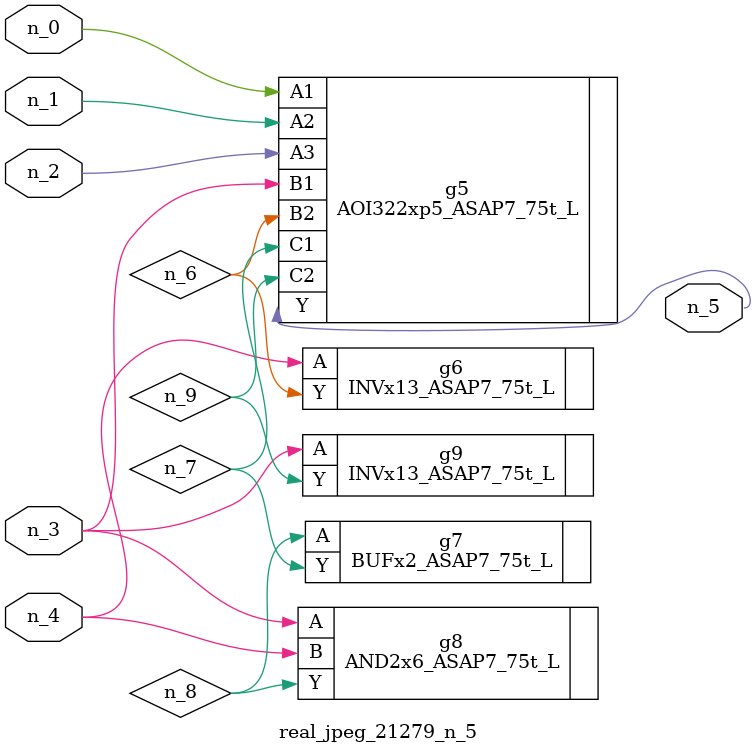
<source format=v>
module real_jpeg_21279_n_5 (n_4, n_0, n_1, n_2, n_3, n_5);

input n_4;
input n_0;
input n_1;
input n_2;
input n_3;

output n_5;

wire n_8;
wire n_6;
wire n_7;
wire n_9;

AOI322xp5_ASAP7_75t_L g5 ( 
.A1(n_0),
.A2(n_1),
.A3(n_2),
.B1(n_3),
.B2(n_6),
.C1(n_7),
.C2(n_9),
.Y(n_5)
);

AND2x6_ASAP7_75t_L g8 ( 
.A(n_3),
.B(n_4),
.Y(n_8)
);

INVx13_ASAP7_75t_L g9 ( 
.A(n_3),
.Y(n_9)
);

INVx13_ASAP7_75t_L g6 ( 
.A(n_4),
.Y(n_6)
);

BUFx2_ASAP7_75t_L g7 ( 
.A(n_8),
.Y(n_7)
);


endmodule
</source>
